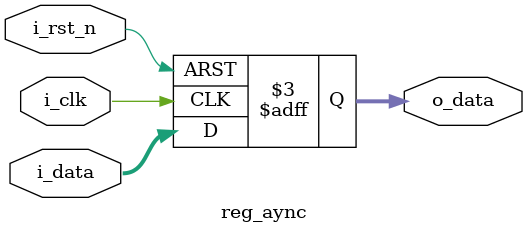
<source format=sv>
module reg_aync #(
    parameter DATA_WIDTH = 32,
    parameter RSTN_VALUE =  0
) (
    input  logic                      i_clk,
    input  logic                      i_rst_n,
    input  logic [DATA_WIDTH - 1 : 0] i_data,
    output logic [DATA_WIDTH - 1 : 0] o_data
);

    always_ff @(posedge i_clk or negedge i_rst_n) begin
        if (!i_rst_n) begin
            o_data <= RSTN_VALUE;
        end
        else begin
            o_data <= i_data;
        end
    end

endmodule

</source>
